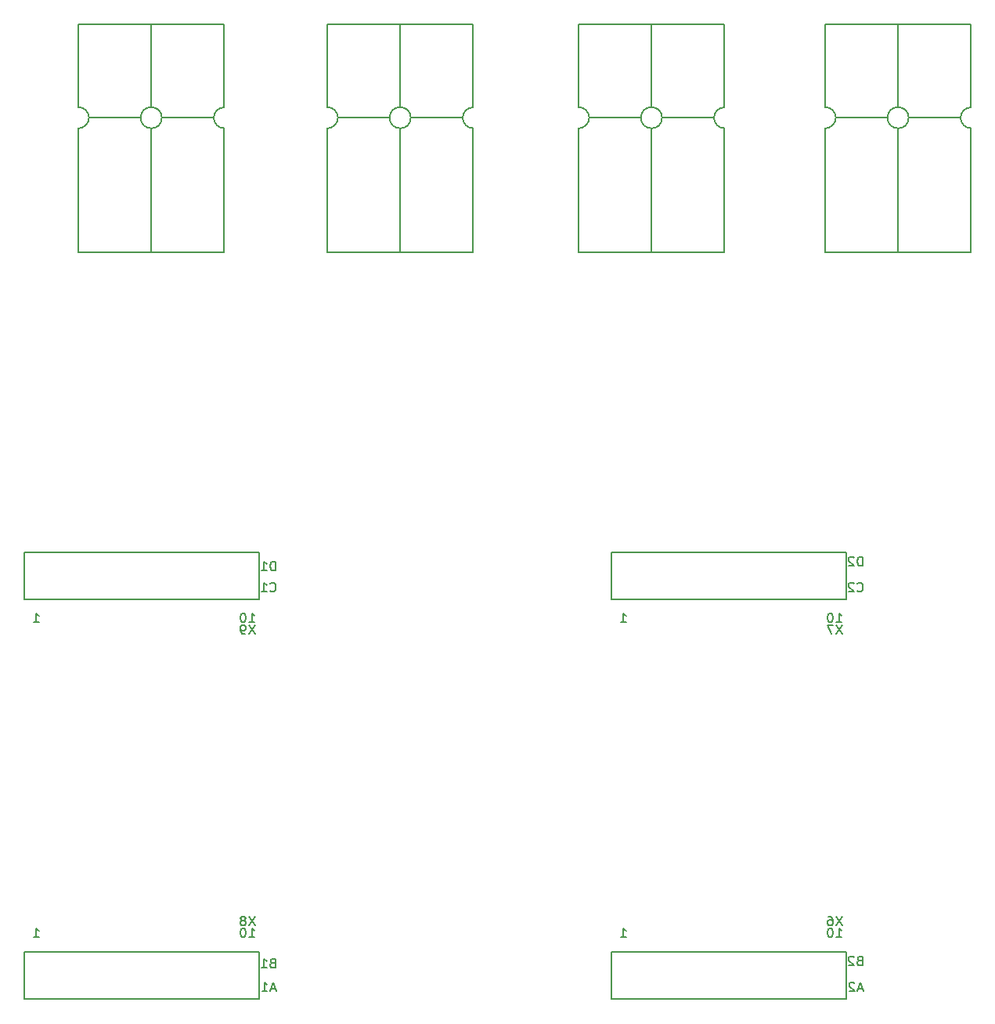
<source format=gbr>
G04 #@! TF.GenerationSoftware,KiCad,Pcbnew,(5.0.0)*
G04 #@! TF.CreationDate,2019-12-13T16:43:05-06:00*
G04 #@! TF.ProjectId,ScienceMotorController_Hardware,536369656E63654D6F746F72436F6E74,rev?*
G04 #@! TF.SameCoordinates,Original*
G04 #@! TF.FileFunction,Legend,Bot*
G04 #@! TF.FilePolarity,Positive*
%FSLAX46Y46*%
G04 Gerber Fmt 4.6, Leading zero omitted, Abs format (unit mm)*
G04 Created by KiCad (PCBNEW (5.0.0)) date 12/13/19 16:43:05*
%MOMM*%
%LPD*%
G01*
G04 APERTURE LIST*
%ADD10C,0.150000*%
G04 APERTURE END LIST*
D10*
G04 #@! TO.C,Conn2*
X60198000Y-45339000D02*
G75*
G02X59080400Y-44221400I0J1117600D01*
G01*
X59080400Y-44221400D02*
G75*
G02X60198000Y-43103800I1117600J0D01*
G01*
X44450000Y-34163000D02*
X60198000Y-34163000D01*
X44450000Y-58801000D02*
X60198000Y-58801000D01*
X44450000Y-43078400D02*
X44450000Y-41859200D01*
X45593000Y-44221400D02*
G75*
G02X44450000Y-45364400I-1143000J0D01*
G01*
X44450000Y-43078400D02*
G75*
G02X45593000Y-44221400I0J-1143000D01*
G01*
X60198000Y-46532800D02*
X60198000Y-45339000D01*
X57886600Y-44221400D02*
X59055000Y-44221400D01*
X60198000Y-41910000D02*
X60198000Y-43078400D01*
X44450000Y-46482000D02*
X44450000Y-45389800D01*
X45593000Y-44221400D02*
X46761400Y-44221400D01*
X54610000Y-44221400D02*
X53467000Y-44221400D01*
X52298600Y-34188400D02*
X52298600Y-43078400D01*
X50038000Y-44221400D02*
X51181000Y-44221400D01*
X52324000Y-46507400D02*
X52324000Y-45364400D01*
X54610000Y-44221400D02*
X57912000Y-44221400D01*
X52324000Y-46507400D02*
X52324000Y-58801000D01*
X50038000Y-44221400D02*
X46761400Y-44221400D01*
X53467000Y-44221400D02*
G75*
G03X53467000Y-44221400I-1143000J0D01*
G01*
X60198000Y-46507400D02*
X60198000Y-58801000D01*
X60198000Y-41935400D02*
X60198000Y-34188400D01*
X44450000Y-34188400D02*
X44450000Y-41935400D01*
X44450000Y-46507400D02*
X44450000Y-58801000D01*
G04 #@! TO.C,Conn3*
X87122000Y-45339000D02*
G75*
G02X86004400Y-44221400I0J1117600D01*
G01*
X86004400Y-44221400D02*
G75*
G02X87122000Y-43103800I1117600J0D01*
G01*
X71374000Y-34163000D02*
X87122000Y-34163000D01*
X71374000Y-58801000D02*
X87122000Y-58801000D01*
X71374000Y-43078400D02*
X71374000Y-41859200D01*
X72517000Y-44221400D02*
G75*
G02X71374000Y-45364400I-1143000J0D01*
G01*
X71374000Y-43078400D02*
G75*
G02X72517000Y-44221400I0J-1143000D01*
G01*
X87122000Y-46532800D02*
X87122000Y-45339000D01*
X84810600Y-44221400D02*
X85979000Y-44221400D01*
X87122000Y-41910000D02*
X87122000Y-43078400D01*
X71374000Y-46482000D02*
X71374000Y-45389800D01*
X72517000Y-44221400D02*
X73685400Y-44221400D01*
X81534000Y-44221400D02*
X80391000Y-44221400D01*
X79222600Y-34188400D02*
X79222600Y-43078400D01*
X76962000Y-44221400D02*
X78105000Y-44221400D01*
X79248000Y-46507400D02*
X79248000Y-45364400D01*
X81534000Y-44221400D02*
X84836000Y-44221400D01*
X79248000Y-46507400D02*
X79248000Y-58801000D01*
X76962000Y-44221400D02*
X73685400Y-44221400D01*
X80391000Y-44221400D02*
G75*
G03X80391000Y-44221400I-1143000J0D01*
G01*
X87122000Y-46507400D02*
X87122000Y-58801000D01*
X87122000Y-41935400D02*
X87122000Y-34188400D01*
X71374000Y-34188400D02*
X71374000Y-41935400D01*
X71374000Y-46507400D02*
X71374000Y-58801000D01*
G04 #@! TO.C,Conn4*
X114300000Y-45339000D02*
G75*
G02X113182400Y-44221400I0J1117600D01*
G01*
X113182400Y-44221400D02*
G75*
G02X114300000Y-43103800I1117600J0D01*
G01*
X98552000Y-34163000D02*
X114300000Y-34163000D01*
X98552000Y-58801000D02*
X114300000Y-58801000D01*
X98552000Y-43078400D02*
X98552000Y-41859200D01*
X99695000Y-44221400D02*
G75*
G02X98552000Y-45364400I-1143000J0D01*
G01*
X98552000Y-43078400D02*
G75*
G02X99695000Y-44221400I0J-1143000D01*
G01*
X114300000Y-46532800D02*
X114300000Y-45339000D01*
X111988600Y-44221400D02*
X113157000Y-44221400D01*
X114300000Y-41910000D02*
X114300000Y-43078400D01*
X98552000Y-46482000D02*
X98552000Y-45389800D01*
X99695000Y-44221400D02*
X100863400Y-44221400D01*
X108712000Y-44221400D02*
X107569000Y-44221400D01*
X106400600Y-34188400D02*
X106400600Y-43078400D01*
X104140000Y-44221400D02*
X105283000Y-44221400D01*
X106426000Y-46507400D02*
X106426000Y-45364400D01*
X108712000Y-44221400D02*
X112014000Y-44221400D01*
X106426000Y-46507400D02*
X106426000Y-58801000D01*
X104140000Y-44221400D02*
X100863400Y-44221400D01*
X107569000Y-44221400D02*
G75*
G03X107569000Y-44221400I-1143000J0D01*
G01*
X114300000Y-46507400D02*
X114300000Y-58801000D01*
X114300000Y-41935400D02*
X114300000Y-34188400D01*
X98552000Y-34188400D02*
X98552000Y-41935400D01*
X98552000Y-46507400D02*
X98552000Y-58801000D01*
G04 #@! TO.C,Conn5*
X125222000Y-46507400D02*
X125222000Y-58801000D01*
X125222000Y-34188400D02*
X125222000Y-41935400D01*
X140970000Y-41935400D02*
X140970000Y-34188400D01*
X140970000Y-46507400D02*
X140970000Y-58801000D01*
X134239000Y-44221400D02*
G75*
G03X134239000Y-44221400I-1143000J0D01*
G01*
X130810000Y-44221400D02*
X127533400Y-44221400D01*
X133096000Y-46507400D02*
X133096000Y-58801000D01*
X135382000Y-44221400D02*
X138684000Y-44221400D01*
X133096000Y-46507400D02*
X133096000Y-45364400D01*
X130810000Y-44221400D02*
X131953000Y-44221400D01*
X133070600Y-34188400D02*
X133070600Y-43078400D01*
X135382000Y-44221400D02*
X134239000Y-44221400D01*
X126365000Y-44221400D02*
X127533400Y-44221400D01*
X125222000Y-46482000D02*
X125222000Y-45389800D01*
X140970000Y-41910000D02*
X140970000Y-43078400D01*
X138658600Y-44221400D02*
X139827000Y-44221400D01*
X140970000Y-46532800D02*
X140970000Y-45339000D01*
X125222000Y-43078400D02*
G75*
G02X126365000Y-44221400I0J-1143000D01*
G01*
X126365000Y-44221400D02*
G75*
G02X125222000Y-45364400I-1143000J0D01*
G01*
X125222000Y-43078400D02*
X125222000Y-41859200D01*
X125222000Y-58801000D02*
X140970000Y-58801000D01*
X125222000Y-34163000D02*
X140970000Y-34163000D01*
X139852400Y-44221400D02*
G75*
G02X140970000Y-43103800I1117600J0D01*
G01*
X140970000Y-45339000D02*
G75*
G02X139852400Y-44221400I0J1117600D01*
G01*
G04 #@! TO.C,U1*
X64008000Y-139446000D02*
X64008000Y-134366000D01*
X64008000Y-134366000D02*
X38608000Y-134366000D01*
X38608000Y-134366000D02*
X38608000Y-139446000D01*
X38608000Y-139446000D02*
X64008000Y-139446000D01*
X64008000Y-96266000D02*
X64008000Y-91186000D01*
X64008000Y-91186000D02*
X38608000Y-91186000D01*
X38608000Y-91186000D02*
X38608000Y-96266000D01*
X38608000Y-96266000D02*
X64008000Y-96266000D01*
X127508000Y-134366000D02*
X102108000Y-134366000D01*
X102108000Y-96266000D02*
X127508000Y-96266000D01*
X127508000Y-139446000D02*
X127508000Y-134366000D01*
X102108000Y-134366000D02*
X102108000Y-139446000D01*
X102108000Y-139446000D02*
X127508000Y-139446000D01*
X127508000Y-96266000D02*
X127508000Y-91186000D01*
X127508000Y-91186000D02*
X102108000Y-91186000D01*
X102108000Y-91186000D02*
X102108000Y-96266000D01*
X62928476Y-98750380D02*
X63499904Y-98750380D01*
X63214190Y-98750380D02*
X63214190Y-97750380D01*
X63309428Y-97893238D01*
X63404666Y-97988476D01*
X63499904Y-98036095D01*
X62309428Y-97750380D02*
X62214190Y-97750380D01*
X62118952Y-97798000D01*
X62071333Y-97845619D01*
X62023714Y-97940857D01*
X61976095Y-98131333D01*
X61976095Y-98369428D01*
X62023714Y-98559904D01*
X62071333Y-98655142D01*
X62118952Y-98702761D01*
X62214190Y-98750380D01*
X62309428Y-98750380D01*
X62404666Y-98702761D01*
X62452285Y-98655142D01*
X62499904Y-98559904D01*
X62547523Y-98369428D01*
X62547523Y-98131333D01*
X62499904Y-97940857D01*
X62452285Y-97845619D01*
X62404666Y-97798000D01*
X62309428Y-97750380D01*
X62928476Y-132786380D02*
X63499904Y-132786380D01*
X63214190Y-132786380D02*
X63214190Y-131786380D01*
X63309428Y-131929238D01*
X63404666Y-132024476D01*
X63499904Y-132072095D01*
X62309428Y-131786380D02*
X62214190Y-131786380D01*
X62118952Y-131834000D01*
X62071333Y-131881619D01*
X62023714Y-131976857D01*
X61976095Y-132167333D01*
X61976095Y-132405428D01*
X62023714Y-132595904D01*
X62071333Y-132691142D01*
X62118952Y-132738761D01*
X62214190Y-132786380D01*
X62309428Y-132786380D01*
X62404666Y-132738761D01*
X62452285Y-132691142D01*
X62499904Y-132595904D01*
X62547523Y-132405428D01*
X62547523Y-132167333D01*
X62499904Y-131976857D01*
X62452285Y-131881619D01*
X62404666Y-131834000D01*
X62309428Y-131786380D01*
X126428476Y-98750380D02*
X126999904Y-98750380D01*
X126714190Y-98750380D02*
X126714190Y-97750380D01*
X126809428Y-97893238D01*
X126904666Y-97988476D01*
X126999904Y-98036095D01*
X125809428Y-97750380D02*
X125714190Y-97750380D01*
X125618952Y-97798000D01*
X125571333Y-97845619D01*
X125523714Y-97940857D01*
X125476095Y-98131333D01*
X125476095Y-98369428D01*
X125523714Y-98559904D01*
X125571333Y-98655142D01*
X125618952Y-98702761D01*
X125714190Y-98750380D01*
X125809428Y-98750380D01*
X125904666Y-98702761D01*
X125952285Y-98655142D01*
X125999904Y-98559904D01*
X126047523Y-98369428D01*
X126047523Y-98131333D01*
X125999904Y-97940857D01*
X125952285Y-97845619D01*
X125904666Y-97798000D01*
X125809428Y-97750380D01*
X126428476Y-132786380D02*
X126999904Y-132786380D01*
X126714190Y-132786380D02*
X126714190Y-131786380D01*
X126809428Y-131929238D01*
X126904666Y-132024476D01*
X126999904Y-132072095D01*
X125809428Y-131786380D02*
X125714190Y-131786380D01*
X125618952Y-131834000D01*
X125571333Y-131881619D01*
X125523714Y-131976857D01*
X125476095Y-132167333D01*
X125476095Y-132405428D01*
X125523714Y-132595904D01*
X125571333Y-132691142D01*
X125618952Y-132738761D01*
X125714190Y-132786380D01*
X125809428Y-132786380D01*
X125904666Y-132738761D01*
X125952285Y-132691142D01*
X125999904Y-132595904D01*
X126047523Y-132405428D01*
X126047523Y-132167333D01*
X125999904Y-131976857D01*
X125952285Y-131881619D01*
X125904666Y-131834000D01*
X125809428Y-131786380D01*
X103092285Y-132786380D02*
X103663714Y-132786380D01*
X103378000Y-132786380D02*
X103378000Y-131786380D01*
X103473238Y-131929238D01*
X103568476Y-132024476D01*
X103663714Y-132072095D01*
X63547523Y-99020380D02*
X62880857Y-100020380D01*
X62880857Y-99020380D02*
X63547523Y-100020380D01*
X62452285Y-100020380D02*
X62261809Y-100020380D01*
X62166571Y-99972761D01*
X62118952Y-99925142D01*
X62023714Y-99782285D01*
X61976095Y-99591809D01*
X61976095Y-99210857D01*
X62023714Y-99115619D01*
X62071333Y-99068000D01*
X62166571Y-99020380D01*
X62357047Y-99020380D01*
X62452285Y-99068000D01*
X62499904Y-99115619D01*
X62547523Y-99210857D01*
X62547523Y-99448952D01*
X62499904Y-99544190D01*
X62452285Y-99591809D01*
X62357047Y-99639428D01*
X62166571Y-99639428D01*
X62071333Y-99591809D01*
X62023714Y-99544190D01*
X61976095Y-99448952D01*
X63547523Y-130516380D02*
X62880857Y-131516380D01*
X62880857Y-130516380D02*
X63547523Y-131516380D01*
X62357047Y-130944952D02*
X62452285Y-130897333D01*
X62499904Y-130849714D01*
X62547523Y-130754476D01*
X62547523Y-130706857D01*
X62499904Y-130611619D01*
X62452285Y-130564000D01*
X62357047Y-130516380D01*
X62166571Y-130516380D01*
X62071333Y-130564000D01*
X62023714Y-130611619D01*
X61976095Y-130706857D01*
X61976095Y-130754476D01*
X62023714Y-130849714D01*
X62071333Y-130897333D01*
X62166571Y-130944952D01*
X62357047Y-130944952D01*
X62452285Y-130992571D01*
X62499904Y-131040190D01*
X62547523Y-131135428D01*
X62547523Y-131325904D01*
X62499904Y-131421142D01*
X62452285Y-131468761D01*
X62357047Y-131516380D01*
X62166571Y-131516380D01*
X62071333Y-131468761D01*
X62023714Y-131421142D01*
X61976095Y-131325904D01*
X61976095Y-131135428D01*
X62023714Y-131040190D01*
X62071333Y-130992571D01*
X62166571Y-130944952D01*
X127047523Y-99020380D02*
X126380857Y-100020380D01*
X126380857Y-99020380D02*
X127047523Y-100020380D01*
X126095142Y-99020380D02*
X125428476Y-99020380D01*
X125857047Y-100020380D01*
X127047523Y-130516380D02*
X126380857Y-131516380D01*
X126380857Y-130516380D02*
X127047523Y-131516380D01*
X125571333Y-130516380D02*
X125761809Y-130516380D01*
X125857047Y-130564000D01*
X125904666Y-130611619D01*
X125999904Y-130754476D01*
X126047523Y-130944952D01*
X126047523Y-131325904D01*
X125999904Y-131421142D01*
X125952285Y-131468761D01*
X125857047Y-131516380D01*
X125666571Y-131516380D01*
X125571333Y-131468761D01*
X125523714Y-131421142D01*
X125476095Y-131325904D01*
X125476095Y-131087809D01*
X125523714Y-130992571D01*
X125571333Y-130944952D01*
X125666571Y-130897333D01*
X125857047Y-130897333D01*
X125952285Y-130944952D01*
X125999904Y-130992571D01*
X126047523Y-131087809D01*
X65190666Y-95353142D02*
X65238285Y-95400761D01*
X65381142Y-95448380D01*
X65476380Y-95448380D01*
X65619238Y-95400761D01*
X65714476Y-95305523D01*
X65762095Y-95210285D01*
X65809714Y-95019809D01*
X65809714Y-94876952D01*
X65762095Y-94686476D01*
X65714476Y-94591238D01*
X65619238Y-94496000D01*
X65476380Y-94448380D01*
X65381142Y-94448380D01*
X65238285Y-94496000D01*
X65190666Y-94543619D01*
X64238285Y-95448380D02*
X64809714Y-95448380D01*
X64524000Y-95448380D02*
X64524000Y-94448380D01*
X64619238Y-94591238D01*
X64714476Y-94686476D01*
X64809714Y-94734095D01*
X65762095Y-93162380D02*
X65762095Y-92162380D01*
X65524000Y-92162380D01*
X65381142Y-92210000D01*
X65285904Y-92305238D01*
X65238285Y-92400476D01*
X65190666Y-92590952D01*
X65190666Y-92733809D01*
X65238285Y-92924285D01*
X65285904Y-93019523D01*
X65381142Y-93114761D01*
X65524000Y-93162380D01*
X65762095Y-93162380D01*
X64238285Y-93162380D02*
X64809714Y-93162380D01*
X64524000Y-93162380D02*
X64524000Y-92162380D01*
X64619238Y-92305238D01*
X64714476Y-92400476D01*
X64809714Y-92448095D01*
X128690666Y-95353142D02*
X128738285Y-95400761D01*
X128881142Y-95448380D01*
X128976380Y-95448380D01*
X129119238Y-95400761D01*
X129214476Y-95305523D01*
X129262095Y-95210285D01*
X129309714Y-95019809D01*
X129309714Y-94876952D01*
X129262095Y-94686476D01*
X129214476Y-94591238D01*
X129119238Y-94496000D01*
X128976380Y-94448380D01*
X128881142Y-94448380D01*
X128738285Y-94496000D01*
X128690666Y-94543619D01*
X128309714Y-94543619D02*
X128262095Y-94496000D01*
X128166857Y-94448380D01*
X127928761Y-94448380D01*
X127833523Y-94496000D01*
X127785904Y-94543619D01*
X127738285Y-94638857D01*
X127738285Y-94734095D01*
X127785904Y-94876952D01*
X128357333Y-95448380D01*
X127738285Y-95448380D01*
X129262095Y-92654380D02*
X129262095Y-91654380D01*
X129024000Y-91654380D01*
X128881142Y-91702000D01*
X128785904Y-91797238D01*
X128738285Y-91892476D01*
X128690666Y-92082952D01*
X128690666Y-92225809D01*
X128738285Y-92416285D01*
X128785904Y-92511523D01*
X128881142Y-92606761D01*
X129024000Y-92654380D01*
X129262095Y-92654380D01*
X128309714Y-91749619D02*
X128262095Y-91702000D01*
X128166857Y-91654380D01*
X127928761Y-91654380D01*
X127833523Y-91702000D01*
X127785904Y-91749619D01*
X127738285Y-91844857D01*
X127738285Y-91940095D01*
X127785904Y-92082952D01*
X128357333Y-92654380D01*
X127738285Y-92654380D01*
X65428761Y-135564571D02*
X65285904Y-135612190D01*
X65238285Y-135659809D01*
X65190666Y-135755047D01*
X65190666Y-135897904D01*
X65238285Y-135993142D01*
X65285904Y-136040761D01*
X65381142Y-136088380D01*
X65762095Y-136088380D01*
X65762095Y-135088380D01*
X65428761Y-135088380D01*
X65333523Y-135136000D01*
X65285904Y-135183619D01*
X65238285Y-135278857D01*
X65238285Y-135374095D01*
X65285904Y-135469333D01*
X65333523Y-135516952D01*
X65428761Y-135564571D01*
X65762095Y-135564571D01*
X64238285Y-136088380D02*
X64809714Y-136088380D01*
X64524000Y-136088380D02*
X64524000Y-135088380D01*
X64619238Y-135231238D01*
X64714476Y-135326476D01*
X64809714Y-135374095D01*
X65738285Y-138342666D02*
X65262095Y-138342666D01*
X65833523Y-138628380D02*
X65500190Y-137628380D01*
X65166857Y-138628380D01*
X64309714Y-138628380D02*
X64881142Y-138628380D01*
X64595428Y-138628380D02*
X64595428Y-137628380D01*
X64690666Y-137771238D01*
X64785904Y-137866476D01*
X64881142Y-137914095D01*
X128928761Y-135310571D02*
X128785904Y-135358190D01*
X128738285Y-135405809D01*
X128690666Y-135501047D01*
X128690666Y-135643904D01*
X128738285Y-135739142D01*
X128785904Y-135786761D01*
X128881142Y-135834380D01*
X129262095Y-135834380D01*
X129262095Y-134834380D01*
X128928761Y-134834380D01*
X128833523Y-134882000D01*
X128785904Y-134929619D01*
X128738285Y-135024857D01*
X128738285Y-135120095D01*
X128785904Y-135215333D01*
X128833523Y-135262952D01*
X128928761Y-135310571D01*
X129262095Y-135310571D01*
X128309714Y-134929619D02*
X128262095Y-134882000D01*
X128166857Y-134834380D01*
X127928761Y-134834380D01*
X127833523Y-134882000D01*
X127785904Y-134929619D01*
X127738285Y-135024857D01*
X127738285Y-135120095D01*
X127785904Y-135262952D01*
X128357333Y-135834380D01*
X127738285Y-135834380D01*
X129238285Y-138342666D02*
X128762095Y-138342666D01*
X129333523Y-138628380D02*
X129000190Y-137628380D01*
X128666857Y-138628380D01*
X128381142Y-137723619D02*
X128333523Y-137676000D01*
X128238285Y-137628380D01*
X128000190Y-137628380D01*
X127904952Y-137676000D01*
X127857333Y-137723619D01*
X127809714Y-137818857D01*
X127809714Y-137914095D01*
X127857333Y-138056952D01*
X128428761Y-138628380D01*
X127809714Y-138628380D01*
X103092285Y-98750380D02*
X103663714Y-98750380D01*
X103378000Y-98750380D02*
X103378000Y-97750380D01*
X103473238Y-97893238D01*
X103568476Y-97988476D01*
X103663714Y-98036095D01*
X39592285Y-98750380D02*
X40163714Y-98750380D01*
X39878000Y-98750380D02*
X39878000Y-97750380D01*
X39973238Y-97893238D01*
X40068476Y-97988476D01*
X40163714Y-98036095D01*
X39592285Y-132786380D02*
X40163714Y-132786380D01*
X39878000Y-132786380D02*
X39878000Y-131786380D01*
X39973238Y-131929238D01*
X40068476Y-132024476D01*
X40163714Y-132072095D01*
G04 #@! TD*
M02*

</source>
